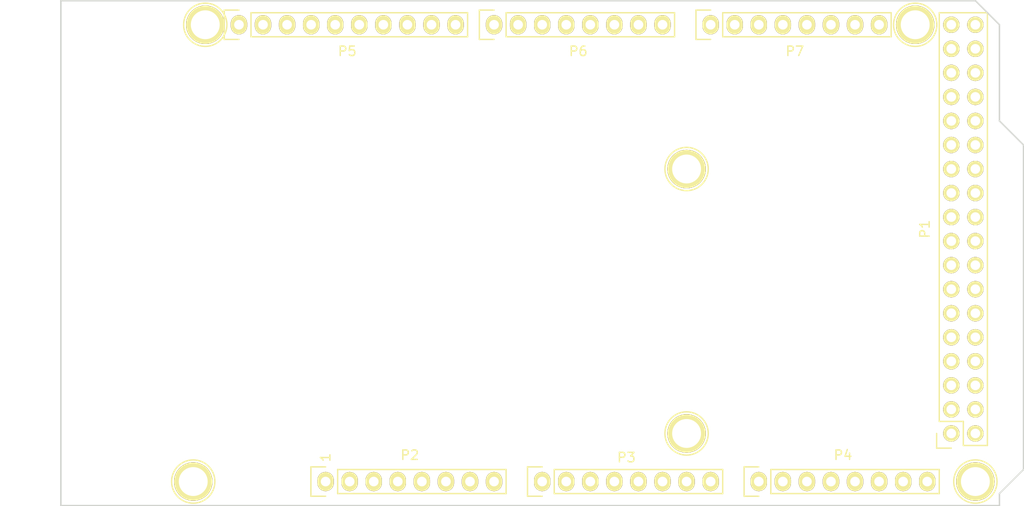
<source format=kicad_pcb>
(kicad_pcb (version 4) (host pcbnew "(2015-03-25 BZR 5536)-product")

  (general
    (links 6)
    (no_connects 6)
    (area 103.302999 68.250999 205.053001 121.741001)
    (thickness 1.6)
    (drawings 27)
    (tracks 0)
    (zones 0)
    (modules 13)
    (nets 87)
  )

  (page A4)
  (title_block
    (date "mar. 31 mars 2015")
  )

  (layers
    (0 F.Cu signal)
    (31 B.Cu signal)
    (32 B.Adhes user)
    (33 F.Adhes user)
    (34 B.Paste user)
    (35 F.Paste user)
    (36 B.SilkS user)
    (37 F.SilkS user)
    (38 B.Mask user)
    (39 F.Mask user)
    (40 Dwgs.User user)
    (41 Cmts.User user)
    (42 Eco1.User user)
    (43 Eco2.User user)
    (44 Edge.Cuts user)
    (45 Margin user)
    (46 B.CrtYd user)
    (47 F.CrtYd user)
    (48 B.Fab user)
    (49 F.Fab user)
  )

  (setup
    (last_trace_width 0.25)
    (trace_clearance 0.2)
    (zone_clearance 0.508)
    (zone_45_only no)
    (trace_min 0.2)
    (segment_width 0.15)
    (edge_width 0.15)
    (via_size 0.6)
    (via_drill 0.4)
    (via_min_size 0.4)
    (via_min_drill 0.3)
    (uvia_size 0.3)
    (uvia_drill 0.1)
    (uvias_allowed no)
    (uvia_min_size 0.2)
    (uvia_min_drill 0.1)
    (pcb_text_width 0.3)
    (pcb_text_size 1.5 1.5)
    (mod_edge_width 0.15)
    (mod_text_size 1 1)
    (mod_text_width 0.15)
    (pad_size 4.064 4.064)
    (pad_drill 3.048)
    (pad_to_mask_clearance 0)
    (aux_axis_origin 103.378 121.666)
    (visible_elements FFFFFF7F)
    (pcbplotparams
      (layerselection 0x00030_80000001)
      (usegerberextensions false)
      (excludeedgelayer true)
      (linewidth 0.100000)
      (plotframeref false)
      (viasonmask false)
      (mode 1)
      (useauxorigin false)
      (hpglpennumber 1)
      (hpglpenspeed 20)
      (hpglpendiameter 15)
      (hpglpenoverlay 2)
      (psnegative false)
      (psa4output false)
      (plotreference true)
      (plotvalue true)
      (plotinvisibletext false)
      (padsonsilk false)
      (subtractmaskfromsilk false)
      (outputformat 1)
      (mirror false)
      (drillshape 1)
      (scaleselection 1)
      (outputdirectory ""))
  )

  (net 0 "")
  (net 1 GND)
  (net 2 "/52(SCK)")
  (net 3 "/53(SS)")
  (net 4 "/50(MISO)")
  (net 5 "/51(MOSI)")
  (net 6 /48)
  (net 7 /49)
  (net 8 /46)
  (net 9 /47)
  (net 10 /44)
  (net 11 /45)
  (net 12 /42)
  (net 13 /43)
  (net 14 /40)
  (net 15 /41)
  (net 16 /38)
  (net 17 /39)
  (net 18 /36)
  (net 19 /37)
  (net 20 /34)
  (net 21 /35)
  (net 22 /32)
  (net 23 /33)
  (net 24 /30)
  (net 25 /31)
  (net 26 /28)
  (net 27 /29)
  (net 28 /26)
  (net 29 /27)
  (net 30 /24)
  (net 31 /25)
  (net 32 /22)
  (net 33 /23)
  (net 34 +5V)
  (net 35 /IOREF)
  (net 36 /Reset)
  (net 37 /Vin)
  (net 38 /A0)
  (net 39 /A1)
  (net 40 /A2)
  (net 41 /A3)
  (net 42 /A4)
  (net 43 /A5)
  (net 44 /A6)
  (net 45 /A7)
  (net 46 /A8)
  (net 47 /A9)
  (net 48 /A10)
  (net 49 /A11)
  (net 50 /A12)
  (net 51 /A13)
  (net 52 /A14)
  (net 53 /A15)
  (net 54 /SCL)
  (net 55 /SDA)
  (net 56 /AREF)
  (net 57 "/13(**)")
  (net 58 "/12(**)")
  (net 59 "/11(**)")
  (net 60 "/10(**)")
  (net 61 "/9(**)")
  (net 62 "/8(**)")
  (net 63 "/7(**)")
  (net 64 "/6(**)")
  (net 65 "/5(**)")
  (net 66 "/4(**)")
  (net 67 "/3(**)")
  (net 68 "/2(**)")
  (net 69 "/20(SDA)")
  (net 70 "/21(SCL)")
  (net 71 "Net-(P8-Pad1)")
  (net 72 "Net-(P9-Pad1)")
  (net 73 "Net-(P10-Pad1)")
  (net 74 "Net-(P11-Pad1)")
  (net 75 "Net-(P12-Pad1)")
  (net 76 "Net-(P13-Pad1)")
  (net 77 "Net-(P2-Pad1)")
  (net 78 +3V3)
  (net 79 "/1(Tx0)")
  (net 80 "/0(Rx0)")
  (net 81 "/14(Tx3)")
  (net 82 "/15(Rx3)")
  (net 83 "/16(Tx2)")
  (net 84 "/17(Rx2)")
  (net 85 "/18(Tx1)")
  (net 86 "/19(Rx1)")

  (net_class Default "This is the default net class."
    (clearance 0.2)
    (trace_width 0.25)
    (via_dia 0.6)
    (via_drill 0.4)
    (uvia_dia 0.3)
    (uvia_drill 0.1)
    (add_net +3V3)
    (add_net +5V)
    (add_net "/0(Rx0)")
    (add_net "/1(Tx0)")
    (add_net "/10(**)")
    (add_net "/11(**)")
    (add_net "/12(**)")
    (add_net "/13(**)")
    (add_net "/14(Tx3)")
    (add_net "/15(Rx3)")
    (add_net "/16(Tx2)")
    (add_net "/17(Rx2)")
    (add_net "/18(Tx1)")
    (add_net "/19(Rx1)")
    (add_net "/2(**)")
    (add_net "/20(SDA)")
    (add_net "/21(SCL)")
    (add_net /22)
    (add_net /23)
    (add_net /24)
    (add_net /25)
    (add_net /26)
    (add_net /27)
    (add_net /28)
    (add_net /29)
    (add_net "/3(**)")
    (add_net /30)
    (add_net /31)
    (add_net /32)
    (add_net /33)
    (add_net /34)
    (add_net /35)
    (add_net /36)
    (add_net /37)
    (add_net /38)
    (add_net /39)
    (add_net "/4(**)")
    (add_net /40)
    (add_net /41)
    (add_net /42)
    (add_net /43)
    (add_net /44)
    (add_net /45)
    (add_net /46)
    (add_net /47)
    (add_net /48)
    (add_net /49)
    (add_net "/5(**)")
    (add_net "/50(MISO)")
    (add_net "/51(MOSI)")
    (add_net "/52(SCK)")
    (add_net "/53(SS)")
    (add_net "/6(**)")
    (add_net "/7(**)")
    (add_net "/8(**)")
    (add_net "/9(**)")
    (add_net /A0)
    (add_net /A1)
    (add_net /A10)
    (add_net /A11)
    (add_net /A12)
    (add_net /A13)
    (add_net /A14)
    (add_net /A15)
    (add_net /A2)
    (add_net /A3)
    (add_net /A4)
    (add_net /A5)
    (add_net /A6)
    (add_net /A7)
    (add_net /A8)
    (add_net /A9)
    (add_net /AREF)
    (add_net /IOREF)
    (add_net /Reset)
    (add_net /SCL)
    (add_net /SDA)
    (add_net /Vin)
    (add_net GND)
    (add_net "Net-(P10-Pad1)")
    (add_net "Net-(P11-Pad1)")
    (add_net "Net-(P12-Pad1)")
    (add_net "Net-(P13-Pad1)")
    (add_net "Net-(P2-Pad1)")
    (add_net "Net-(P8-Pad1)")
    (add_net "Net-(P9-Pad1)")
  )

  (module Socket_Arduino_Mega:Socket_Strip_Arduino_2x18 (layer F.Cu) (tedit 55216789) (tstamp 551AFCE5)
    (at 197.358 114.046 90)
    (descr "Through hole socket strip")
    (tags "socket strip")
    (path /5519A11D)
    (fp_text reference P1 (at 21.59 -2.794 90) (layer F.SilkS)
      (effects (font (size 1 1) (thickness 0.15)))
    )
    (fp_text value Digital (at 21.59 -4.572 90) (layer F.Fab)
      (effects (font (size 1 1) (thickness 0.15)))
    )
    (fp_line (start -1.75 -1.75) (end -1.75 4.3) (layer F.CrtYd) (width 0.05))
    (fp_line (start 44.95 -1.75) (end 44.95 4.3) (layer F.CrtYd) (width 0.05))
    (fp_line (start -1.75 -1.75) (end 44.95 -1.75) (layer F.CrtYd) (width 0.05))
    (fp_line (start -1.75 4.3) (end 44.95 4.3) (layer F.CrtYd) (width 0.05))
    (fp_line (start -1.27 3.81) (end 44.45 3.81) (layer F.SilkS) (width 0.15))
    (fp_line (start 44.45 -1.27) (end 1.27 -1.27) (layer F.SilkS) (width 0.15))
    (fp_line (start 44.45 3.81) (end 44.45 -1.27) (layer F.SilkS) (width 0.15))
    (fp_line (start -1.27 3.81) (end -1.27 1.27) (layer F.SilkS) (width 0.15))
    (fp_line (start 0 -1.55) (end -1.55 -1.55) (layer F.SilkS) (width 0.15))
    (fp_line (start -1.27 1.27) (end 1.27 1.27) (layer F.SilkS) (width 0.15))
    (fp_line (start 1.27 1.27) (end 1.27 -1.27) (layer F.SilkS) (width 0.15))
    (fp_line (start -1.55 -1.55) (end -1.55 0) (layer F.SilkS) (width 0.15))
    (pad 1 thru_hole circle (at 0 0 90) (size 1.7272 1.7272) (drill 1.016) (layers *.Cu *.Mask F.SilkS)
      (net 1 GND))
    (pad 2 thru_hole oval (at 0 2.54 90) (size 1.7272 1.7272) (drill 1.016) (layers *.Cu *.Mask F.SilkS)
      (net 1 GND))
    (pad 3 thru_hole oval (at 2.54 0 90) (size 1.7272 1.7272) (drill 1.016) (layers *.Cu *.Mask F.SilkS)
      (net 2 "/52(SCK)"))
    (pad 4 thru_hole oval (at 2.54 2.54 90) (size 1.7272 1.7272) (drill 1.016) (layers *.Cu *.Mask F.SilkS)
      (net 3 "/53(SS)"))
    (pad 5 thru_hole oval (at 5.08 0 90) (size 1.7272 1.7272) (drill 1.016) (layers *.Cu *.Mask F.SilkS)
      (net 4 "/50(MISO)"))
    (pad 6 thru_hole oval (at 5.08 2.54 90) (size 1.7272 1.7272) (drill 1.016) (layers *.Cu *.Mask F.SilkS)
      (net 5 "/51(MOSI)"))
    (pad 7 thru_hole oval (at 7.62 0 90) (size 1.7272 1.7272) (drill 1.016) (layers *.Cu *.Mask F.SilkS)
      (net 6 /48))
    (pad 8 thru_hole oval (at 7.62 2.54 90) (size 1.7272 1.7272) (drill 1.016) (layers *.Cu *.Mask F.SilkS)
      (net 7 /49))
    (pad 9 thru_hole oval (at 10.16 0 90) (size 1.7272 1.7272) (drill 1.016) (layers *.Cu *.Mask F.SilkS)
      (net 8 /46))
    (pad 10 thru_hole oval (at 10.16 2.54 90) (size 1.7272 1.7272) (drill 1.016) (layers *.Cu *.Mask F.SilkS)
      (net 9 /47))
    (pad 11 thru_hole oval (at 12.7 0 90) (size 1.7272 1.7272) (drill 1.016) (layers *.Cu *.Mask F.SilkS)
      (net 10 /44))
    (pad 12 thru_hole oval (at 12.7 2.54 90) (size 1.7272 1.7272) (drill 1.016) (layers *.Cu *.Mask F.SilkS)
      (net 11 /45))
    (pad 13 thru_hole oval (at 15.24 0 90) (size 1.7272 1.7272) (drill 1.016) (layers *.Cu *.Mask F.SilkS)
      (net 12 /42))
    (pad 14 thru_hole oval (at 15.24 2.54 90) (size 1.7272 1.7272) (drill 1.016) (layers *.Cu *.Mask F.SilkS)
      (net 13 /43))
    (pad 15 thru_hole oval (at 17.78 0 90) (size 1.7272 1.7272) (drill 1.016) (layers *.Cu *.Mask F.SilkS)
      (net 14 /40))
    (pad 16 thru_hole oval (at 17.78 2.54 90) (size 1.7272 1.7272) (drill 1.016) (layers *.Cu *.Mask F.SilkS)
      (net 15 /41))
    (pad 17 thru_hole oval (at 20.32 0 90) (size 1.7272 1.7272) (drill 1.016) (layers *.Cu *.Mask F.SilkS)
      (net 16 /38))
    (pad 18 thru_hole oval (at 20.32 2.54 90) (size 1.7272 1.7272) (drill 1.016) (layers *.Cu *.Mask F.SilkS)
      (net 17 /39))
    (pad 19 thru_hole oval (at 22.86 0 90) (size 1.7272 1.7272) (drill 1.016) (layers *.Cu *.Mask F.SilkS)
      (net 18 /36))
    (pad 20 thru_hole oval (at 22.86 2.54 90) (size 1.7272 1.7272) (drill 1.016) (layers *.Cu *.Mask F.SilkS)
      (net 19 /37))
    (pad 21 thru_hole oval (at 25.4 0 90) (size 1.7272 1.7272) (drill 1.016) (layers *.Cu *.Mask F.SilkS)
      (net 20 /34))
    (pad 22 thru_hole oval (at 25.4 2.54 90) (size 1.7272 1.7272) (drill 1.016) (layers *.Cu *.Mask F.SilkS)
      (net 21 /35))
    (pad 23 thru_hole oval (at 27.94 0 90) (size 1.7272 1.7272) (drill 1.016) (layers *.Cu *.Mask F.SilkS)
      (net 22 /32))
    (pad 24 thru_hole oval (at 27.94 2.54 90) (size 1.7272 1.7272) (drill 1.016) (layers *.Cu *.Mask F.SilkS)
      (net 23 /33))
    (pad 25 thru_hole oval (at 30.48 0 90) (size 1.7272 1.7272) (drill 1.016) (layers *.Cu *.Mask F.SilkS)
      (net 24 /30))
    (pad 26 thru_hole oval (at 30.48 2.54 90) (size 1.7272 1.7272) (drill 1.016) (layers *.Cu *.Mask F.SilkS)
      (net 25 /31))
    (pad 27 thru_hole oval (at 33.02 0 90) (size 1.7272 1.7272) (drill 1.016) (layers *.Cu *.Mask F.SilkS)
      (net 26 /28))
    (pad 28 thru_hole oval (at 33.02 2.54 90) (size 1.7272 1.7272) (drill 1.016) (layers *.Cu *.Mask F.SilkS)
      (net 27 /29))
    (pad 29 thru_hole oval (at 35.56 0 90) (size 1.7272 1.7272) (drill 1.016) (layers *.Cu *.Mask F.SilkS)
      (net 28 /26))
    (pad 30 thru_hole oval (at 35.56 2.54 90) (size 1.7272 1.7272) (drill 1.016) (layers *.Cu *.Mask F.SilkS)
      (net 29 /27))
    (pad 31 thru_hole oval (at 38.1 0 90) (size 1.7272 1.7272) (drill 1.016) (layers *.Cu *.Mask F.SilkS)
      (net 30 /24))
    (pad 32 thru_hole oval (at 38.1 2.54 90) (size 1.7272 1.7272) (drill 1.016) (layers *.Cu *.Mask F.SilkS)
      (net 31 /25))
    (pad 33 thru_hole oval (at 40.64 0 90) (size 1.7272 1.7272) (drill 1.016) (layers *.Cu *.Mask F.SilkS)
      (net 32 /22))
    (pad 34 thru_hole oval (at 40.64 2.54 90) (size 1.7272 1.7272) (drill 1.016) (layers *.Cu *.Mask F.SilkS)
      (net 33 /23))
    (pad 35 thru_hole oval (at 43.18 0 90) (size 1.7272 1.7272) (drill 1.016) (layers *.Cu *.Mask F.SilkS)
      (net 34 +5V))
    (pad 36 thru_hole oval (at 43.18 2.54 90) (size 1.7272 1.7272) (drill 1.016) (layers *.Cu *.Mask F.SilkS)
      (net 34 +5V))
    (model ${KIPRJMOD}/Socket_Arduino_Mega.3dshapes/Socket_header_Arduino_2x18.wrl
      (at (xyz 0.85 -0.05 0))
      (scale (xyz 1 1 1))
      (rotate (xyz 0 0 180))
    )
  )

  (module Socket_Arduino_Mega:Socket_Strip_Arduino_1x08 (layer F.Cu) (tedit 55216755) (tstamp 551AFCFC)
    (at 131.318 119.126)
    (descr "Through hole socket strip")
    (tags "socket strip")
    (path /5519888A)
    (fp_text reference P2 (at 8.89 -2.794) (layer F.SilkS)
      (effects (font (size 1 1) (thickness 0.15)))
    )
    (fp_text value Power (at 8.89 -4.318) (layer F.Fab)
      (effects (font (size 1 1) (thickness 0.15)))
    )
    (fp_line (start -1.75 -1.75) (end -1.75 1.75) (layer F.CrtYd) (width 0.05))
    (fp_line (start 19.55 -1.75) (end 19.55 1.75) (layer F.CrtYd) (width 0.05))
    (fp_line (start -1.75 -1.75) (end 19.55 -1.75) (layer F.CrtYd) (width 0.05))
    (fp_line (start -1.75 1.75) (end 19.55 1.75) (layer F.CrtYd) (width 0.05))
    (fp_line (start 1.27 1.27) (end 19.05 1.27) (layer F.SilkS) (width 0.15))
    (fp_line (start 19.05 1.27) (end 19.05 -1.27) (layer F.SilkS) (width 0.15))
    (fp_line (start 19.05 -1.27) (end 1.27 -1.27) (layer F.SilkS) (width 0.15))
    (fp_line (start -1.55 1.55) (end 0 1.55) (layer F.SilkS) (width 0.15))
    (fp_line (start 1.27 1.27) (end 1.27 -1.27) (layer F.SilkS) (width 0.15))
    (fp_line (start 0 -1.55) (end -1.55 -1.55) (layer F.SilkS) (width 0.15))
    (fp_line (start -1.55 -1.55) (end -1.55 1.55) (layer F.SilkS) (width 0.15))
    (pad 1 thru_hole oval (at 0 0) (size 1.7272 2.032) (drill 1.016) (layers *.Cu *.Mask F.SilkS)
      (net 77 "Net-(P2-Pad1)"))
    (pad 2 thru_hole oval (at 2.54 0) (size 1.7272 2.032) (drill 1.016) (layers *.Cu *.Mask F.SilkS)
      (net 35 /IOREF))
    (pad 3 thru_hole oval (at 5.08 0) (size 1.7272 2.032) (drill 1.016) (layers *.Cu *.Mask F.SilkS)
      (net 36 /Reset))
    (pad 4 thru_hole oval (at 7.62 0) (size 1.7272 2.032) (drill 1.016) (layers *.Cu *.Mask F.SilkS)
      (net 78 +3V3))
    (pad 5 thru_hole oval (at 10.16 0) (size 1.7272 2.032) (drill 1.016) (layers *.Cu *.Mask F.SilkS)
      (net 34 +5V))
    (pad 6 thru_hole oval (at 12.7 0) (size 1.7272 2.032) (drill 1.016) (layers *.Cu *.Mask F.SilkS)
      (net 1 GND))
    (pad 7 thru_hole oval (at 15.24 0) (size 1.7272 2.032) (drill 1.016) (layers *.Cu *.Mask F.SilkS)
      (net 1 GND))
    (pad 8 thru_hole oval (at 17.78 0) (size 1.7272 2.032) (drill 1.016) (layers *.Cu *.Mask F.SilkS)
      (net 37 /Vin))
    (model ${KIPRJMOD}/Socket_Arduino_Mega.3dshapes/Socket_header_Arduino_1x08.wrl
      (at (xyz 0.35 0 0))
      (scale (xyz 1 1 1))
      (rotate (xyz 0 0 180))
    )
  )

  (module Socket_Arduino_Mega:Socket_Strip_Arduino_1x08 (layer F.Cu) (tedit 5521677D) (tstamp 551AFD13)
    (at 154.178 119.126)
    (descr "Through hole socket strip")
    (tags "socket strip")
    (path /5519891B)
    (fp_text reference P3 (at 8.89 -2.54) (layer F.SilkS)
      (effects (font (size 1 1) (thickness 0.15)))
    )
    (fp_text value Analog (at 8.89 -4.318) (layer F.Fab)
      (effects (font (size 1 1) (thickness 0.15)))
    )
    (fp_line (start -1.75 -1.75) (end -1.75 1.75) (layer F.CrtYd) (width 0.05))
    (fp_line (start 19.55 -1.75) (end 19.55 1.75) (layer F.CrtYd) (width 0.05))
    (fp_line (start -1.75 -1.75) (end 19.55 -1.75) (layer F.CrtYd) (width 0.05))
    (fp_line (start -1.75 1.75) (end 19.55 1.75) (layer F.CrtYd) (width 0.05))
    (fp_line (start 1.27 1.27) (end 19.05 1.27) (layer F.SilkS) (width 0.15))
    (fp_line (start 19.05 1.27) (end 19.05 -1.27) (layer F.SilkS) (width 0.15))
    (fp_line (start 19.05 -1.27) (end 1.27 -1.27) (layer F.SilkS) (width 0.15))
    (fp_line (start -1.55 1.55) (end 0 1.55) (layer F.SilkS) (width 0.15))
    (fp_line (start 1.27 1.27) (end 1.27 -1.27) (layer F.SilkS) (width 0.15))
    (fp_line (start 0 -1.55) (end -1.55 -1.55) (layer F.SilkS) (width 0.15))
    (fp_line (start -1.55 -1.55) (end -1.55 1.55) (layer F.SilkS) (width 0.15))
    (pad 1 thru_hole oval (at 0 0) (size 1.7272 2.032) (drill 1.016) (layers *.Cu *.Mask F.SilkS)
      (net 38 /A0))
    (pad 2 thru_hole oval (at 2.54 0) (size 1.7272 2.032) (drill 1.016) (layers *.Cu *.Mask F.SilkS)
      (net 39 /A1))
    (pad 3 thru_hole oval (at 5.08 0) (size 1.7272 2.032) (drill 1.016) (layers *.Cu *.Mask F.SilkS)
      (net 40 /A2))
    (pad 4 thru_hole oval (at 7.62 0) (size 1.7272 2.032) (drill 1.016) (layers *.Cu *.Mask F.SilkS)
      (net 41 /A3))
    (pad 5 thru_hole oval (at 10.16 0) (size 1.7272 2.032) (drill 1.016) (layers *.Cu *.Mask F.SilkS)
      (net 42 /A4))
    (pad 6 thru_hole oval (at 12.7 0) (size 1.7272 2.032) (drill 1.016) (layers *.Cu *.Mask F.SilkS)
      (net 43 /A5))
    (pad 7 thru_hole oval (at 15.24 0) (size 1.7272 2.032) (drill 1.016) (layers *.Cu *.Mask F.SilkS)
      (net 44 /A6))
    (pad 8 thru_hole oval (at 17.78 0) (size 1.7272 2.032) (drill 1.016) (layers *.Cu *.Mask F.SilkS)
      (net 45 /A7))
    (model ${KIPRJMOD}/Socket_Arduino_Mega.3dshapes/Socket_header_Arduino_1x08.wrl
      (at (xyz 0.35 0 0))
      (scale (xyz 1 1 1))
      (rotate (xyz 0 0 180))
    )
  )

  (module Socket_Arduino_Mega:Socket_Strip_Arduino_1x08 (layer F.Cu) (tedit 55216772) (tstamp 551AFD2A)
    (at 177.038 119.126)
    (descr "Through hole socket strip")
    (tags "socket strip")
    (path /551989CF)
    (fp_text reference P4 (at 8.89 -2.794) (layer F.SilkS)
      (effects (font (size 1 1) (thickness 0.15)))
    )
    (fp_text value Analog (at 8.89 -4.318) (layer F.Fab)
      (effects (font (size 1 1) (thickness 0.15)))
    )
    (fp_line (start -1.75 -1.75) (end -1.75 1.75) (layer F.CrtYd) (width 0.05))
    (fp_line (start 19.55 -1.75) (end 19.55 1.75) (layer F.CrtYd) (width 0.05))
    (fp_line (start -1.75 -1.75) (end 19.55 -1.75) (layer F.CrtYd) (width 0.05))
    (fp_line (start -1.75 1.75) (end 19.55 1.75) (layer F.CrtYd) (width 0.05))
    (fp_line (start 1.27 1.27) (end 19.05 1.27) (layer F.SilkS) (width 0.15))
    (fp_line (start 19.05 1.27) (end 19.05 -1.27) (layer F.SilkS) (width 0.15))
    (fp_line (start 19.05 -1.27) (end 1.27 -1.27) (layer F.SilkS) (width 0.15))
    (fp_line (start -1.55 1.55) (end 0 1.55) (layer F.SilkS) (width 0.15))
    (fp_line (start 1.27 1.27) (end 1.27 -1.27) (layer F.SilkS) (width 0.15))
    (fp_line (start 0 -1.55) (end -1.55 -1.55) (layer F.SilkS) (width 0.15))
    (fp_line (start -1.55 -1.55) (end -1.55 1.55) (layer F.SilkS) (width 0.15))
    (pad 1 thru_hole oval (at 0 0) (size 1.7272 2.032) (drill 1.016) (layers *.Cu *.Mask F.SilkS)
      (net 46 /A8))
    (pad 2 thru_hole oval (at 2.54 0) (size 1.7272 2.032) (drill 1.016) (layers *.Cu *.Mask F.SilkS)
      (net 47 /A9))
    (pad 3 thru_hole oval (at 5.08 0) (size 1.7272 2.032) (drill 1.016) (layers *.Cu *.Mask F.SilkS)
      (net 48 /A10))
    (pad 4 thru_hole oval (at 7.62 0) (size 1.7272 2.032) (drill 1.016) (layers *.Cu *.Mask F.SilkS)
      (net 49 /A11))
    (pad 5 thru_hole oval (at 10.16 0) (size 1.7272 2.032) (drill 1.016) (layers *.Cu *.Mask F.SilkS)
      (net 50 /A12))
    (pad 6 thru_hole oval (at 12.7 0) (size 1.7272 2.032) (drill 1.016) (layers *.Cu *.Mask F.SilkS)
      (net 51 /A13))
    (pad 7 thru_hole oval (at 15.24 0) (size 1.7272 2.032) (drill 1.016) (layers *.Cu *.Mask F.SilkS)
      (net 52 /A14))
    (pad 8 thru_hole oval (at 17.78 0) (size 1.7272 2.032) (drill 1.016) (layers *.Cu *.Mask F.SilkS)
      (net 53 /A15))
    (model ${KIPRJMOD}/Socket_Arduino_Mega.3dshapes/Socket_header_Arduino_1x08.wrl
      (at (xyz 0.35 0 0))
      (scale (xyz 1 1 1))
      (rotate (xyz 0 0 180))
    )
  )

  (module Socket_Arduino_Mega:Socket_Strip_Arduino_1x10 (layer F.Cu) (tedit 551AFC9C) (tstamp 551AFD43)
    (at 122.174 70.866)
    (descr "Through hole socket strip")
    (tags "socket strip")
    (path /55198BE2)
    (fp_text reference P5 (at 11.43 2.794) (layer F.SilkS)
      (effects (font (size 1 1) (thickness 0.15)))
    )
    (fp_text value PWM (at 11.43 4.318) (layer F.Fab)
      (effects (font (size 1 1) (thickness 0.15)))
    )
    (fp_line (start -1.75 -1.75) (end -1.75 1.75) (layer F.CrtYd) (width 0.05))
    (fp_line (start 24.65 -1.75) (end 24.65 1.75) (layer F.CrtYd) (width 0.05))
    (fp_line (start -1.75 -1.75) (end 24.65 -1.75) (layer F.CrtYd) (width 0.05))
    (fp_line (start -1.75 1.75) (end 24.65 1.75) (layer F.CrtYd) (width 0.05))
    (fp_line (start 1.27 1.27) (end 24.13 1.27) (layer F.SilkS) (width 0.15))
    (fp_line (start 24.13 1.27) (end 24.13 -1.27) (layer F.SilkS) (width 0.15))
    (fp_line (start 24.13 -1.27) (end 1.27 -1.27) (layer F.SilkS) (width 0.15))
    (fp_line (start -1.55 1.55) (end 0 1.55) (layer F.SilkS) (width 0.15))
    (fp_line (start 1.27 1.27) (end 1.27 -1.27) (layer F.SilkS) (width 0.15))
    (fp_line (start 0 -1.55) (end -1.55 -1.55) (layer F.SilkS) (width 0.15))
    (fp_line (start -1.55 -1.55) (end -1.55 1.55) (layer F.SilkS) (width 0.15))
    (pad 1 thru_hole oval (at 0 0) (size 1.7272 2.032) (drill 1.016) (layers *.Cu *.Mask F.SilkS)
      (net 54 /SCL))
    (pad 2 thru_hole oval (at 2.54 0) (size 1.7272 2.032) (drill 1.016) (layers *.Cu *.Mask F.SilkS)
      (net 55 /SDA))
    (pad 3 thru_hole oval (at 5.08 0) (size 1.7272 2.032) (drill 1.016) (layers *.Cu *.Mask F.SilkS)
      (net 56 /AREF))
    (pad 4 thru_hole oval (at 7.62 0) (size 1.7272 2.032) (drill 1.016) (layers *.Cu *.Mask F.SilkS)
      (net 1 GND))
    (pad 5 thru_hole oval (at 10.16 0) (size 1.7272 2.032) (drill 1.016) (layers *.Cu *.Mask F.SilkS)
      (net 57 "/13(**)"))
    (pad 6 thru_hole oval (at 12.7 0) (size 1.7272 2.032) (drill 1.016) (layers *.Cu *.Mask F.SilkS)
      (net 58 "/12(**)"))
    (pad 7 thru_hole oval (at 15.24 0) (size 1.7272 2.032) (drill 1.016) (layers *.Cu *.Mask F.SilkS)
      (net 59 "/11(**)"))
    (pad 8 thru_hole oval (at 17.78 0) (size 1.7272 2.032) (drill 1.016) (layers *.Cu *.Mask F.SilkS)
      (net 60 "/10(**)"))
    (pad 9 thru_hole oval (at 20.32 0) (size 1.7272 2.032) (drill 1.016) (layers *.Cu *.Mask F.SilkS)
      (net 61 "/9(**)"))
    (pad 10 thru_hole oval (at 22.86 0) (size 1.7272 2.032) (drill 1.016) (layers *.Cu *.Mask F.SilkS)
      (net 62 "/8(**)"))
    (model ${KIPRJMOD}/Socket_Arduino_Mega.3dshapes/Socket_header_Arduino_1x10.wrl
      (at (xyz 0.45 0 0))
      (scale (xyz 1 1 1))
      (rotate (xyz 0 0 180))
    )
  )

  (module Socket_Arduino_Mega:Socket_Strip_Arduino_1x08 (layer F.Cu) (tedit 551AFC7F) (tstamp 551AFD5A)
    (at 149.098 70.866)
    (descr "Through hole socket strip")
    (tags "socket strip")
    (path /55198A32)
    (fp_text reference P6 (at 8.89 2.794) (layer F.SilkS)
      (effects (font (size 1 1) (thickness 0.15)))
    )
    (fp_text value PWM (at 8.89 4.318) (layer F.Fab)
      (effects (font (size 1 1) (thickness 0.15)))
    )
    (fp_line (start -1.75 -1.75) (end -1.75 1.75) (layer F.CrtYd) (width 0.05))
    (fp_line (start 19.55 -1.75) (end 19.55 1.75) (layer F.CrtYd) (width 0.05))
    (fp_line (start -1.75 -1.75) (end 19.55 -1.75) (layer F.CrtYd) (width 0.05))
    (fp_line (start -1.75 1.75) (end 19.55 1.75) (layer F.CrtYd) (width 0.05))
    (fp_line (start 1.27 1.27) (end 19.05 1.27) (layer F.SilkS) (width 0.15))
    (fp_line (start 19.05 1.27) (end 19.05 -1.27) (layer F.SilkS) (width 0.15))
    (fp_line (start 19.05 -1.27) (end 1.27 -1.27) (layer F.SilkS) (width 0.15))
    (fp_line (start -1.55 1.55) (end 0 1.55) (layer F.SilkS) (width 0.15))
    (fp_line (start 1.27 1.27) (end 1.27 -1.27) (layer F.SilkS) (width 0.15))
    (fp_line (start 0 -1.55) (end -1.55 -1.55) (layer F.SilkS) (width 0.15))
    (fp_line (start -1.55 -1.55) (end -1.55 1.55) (layer F.SilkS) (width 0.15))
    (pad 1 thru_hole oval (at 0 0) (size 1.7272 2.032) (drill 1.016) (layers *.Cu *.Mask F.SilkS)
      (net 63 "/7(**)"))
    (pad 2 thru_hole oval (at 2.54 0) (size 1.7272 2.032) (drill 1.016) (layers *.Cu *.Mask F.SilkS)
      (net 64 "/6(**)"))
    (pad 3 thru_hole oval (at 5.08 0) (size 1.7272 2.032) (drill 1.016) (layers *.Cu *.Mask F.SilkS)
      (net 65 "/5(**)"))
    (pad 4 thru_hole oval (at 7.62 0) (size 1.7272 2.032) (drill 1.016) (layers *.Cu *.Mask F.SilkS)
      (net 66 "/4(**)"))
    (pad 5 thru_hole oval (at 10.16 0) (size 1.7272 2.032) (drill 1.016) (layers *.Cu *.Mask F.SilkS)
      (net 67 "/3(**)"))
    (pad 6 thru_hole oval (at 12.7 0) (size 1.7272 2.032) (drill 1.016) (layers *.Cu *.Mask F.SilkS)
      (net 68 "/2(**)"))
    (pad 7 thru_hole oval (at 15.24 0) (size 1.7272 2.032) (drill 1.016) (layers *.Cu *.Mask F.SilkS)
      (net 79 "/1(Tx0)"))
    (pad 8 thru_hole oval (at 17.78 0) (size 1.7272 2.032) (drill 1.016) (layers *.Cu *.Mask F.SilkS)
      (net 80 "/0(Rx0)"))
    (model ${KIPRJMOD}/Socket_Arduino_Mega.3dshapes/Socket_header_Arduino_1x08.wrl
      (at (xyz 0.35 0 0))
      (scale (xyz 1 1 1))
      (rotate (xyz 0 0 180))
    )
  )

  (module Socket_Arduino_Mega:Socket_Strip_Arduino_1x08 (layer F.Cu) (tedit 551AFC73) (tstamp 551AFD71)
    (at 171.958 70.866)
    (descr "Through hole socket strip")
    (tags "socket strip")
    (path /55198B76)
    (fp_text reference P7 (at 8.89 2.794) (layer F.SilkS)
      (effects (font (size 1 1) (thickness 0.15)))
    )
    (fp_text value Communication (at 8.89 4.064) (layer F.Fab)
      (effects (font (size 1 1) (thickness 0.15)))
    )
    (fp_line (start -1.75 -1.75) (end -1.75 1.75) (layer F.CrtYd) (width 0.05))
    (fp_line (start 19.55 -1.75) (end 19.55 1.75) (layer F.CrtYd) (width 0.05))
    (fp_line (start -1.75 -1.75) (end 19.55 -1.75) (layer F.CrtYd) (width 0.05))
    (fp_line (start -1.75 1.75) (end 19.55 1.75) (layer F.CrtYd) (width 0.05))
    (fp_line (start 1.27 1.27) (end 19.05 1.27) (layer F.SilkS) (width 0.15))
    (fp_line (start 19.05 1.27) (end 19.05 -1.27) (layer F.SilkS) (width 0.15))
    (fp_line (start 19.05 -1.27) (end 1.27 -1.27) (layer F.SilkS) (width 0.15))
    (fp_line (start -1.55 1.55) (end 0 1.55) (layer F.SilkS) (width 0.15))
    (fp_line (start 1.27 1.27) (end 1.27 -1.27) (layer F.SilkS) (width 0.15))
    (fp_line (start 0 -1.55) (end -1.55 -1.55) (layer F.SilkS) (width 0.15))
    (fp_line (start -1.55 -1.55) (end -1.55 1.55) (layer F.SilkS) (width 0.15))
    (pad 1 thru_hole oval (at 0 0) (size 1.7272 2.032) (drill 1.016) (layers *.Cu *.Mask F.SilkS)
      (net 81 "/14(Tx3)"))
    (pad 2 thru_hole oval (at 2.54 0) (size 1.7272 2.032) (drill 1.016) (layers *.Cu *.Mask F.SilkS)
      (net 82 "/15(Rx3)"))
    (pad 3 thru_hole oval (at 5.08 0) (size 1.7272 2.032) (drill 1.016) (layers *.Cu *.Mask F.SilkS)
      (net 83 "/16(Tx2)"))
    (pad 4 thru_hole oval (at 7.62 0) (size 1.7272 2.032) (drill 1.016) (layers *.Cu *.Mask F.SilkS)
      (net 84 "/17(Rx2)"))
    (pad 5 thru_hole oval (at 10.16 0) (size 1.7272 2.032) (drill 1.016) (layers *.Cu *.Mask F.SilkS)
      (net 85 "/18(Tx1)"))
    (pad 6 thru_hole oval (at 12.7 0) (size 1.7272 2.032) (drill 1.016) (layers *.Cu *.Mask F.SilkS)
      (net 86 "/19(Rx1)"))
    (pad 7 thru_hole oval (at 15.24 0) (size 1.7272 2.032) (drill 1.016) (layers *.Cu *.Mask F.SilkS)
      (net 69 "/20(SDA)"))
    (pad 8 thru_hole oval (at 17.78 0) (size 1.7272 2.032) (drill 1.016) (layers *.Cu *.Mask F.SilkS)
      (net 70 "/21(SCL)"))
    (model ${KIPRJMOD}/Socket_Arduino_Mega.3dshapes/Socket_header_Arduino_1x08.wrl
      (at (xyz 0.35 0 0))
      (scale (xyz 1 1 1))
      (rotate (xyz 0 0 180))
    )
  )

  (module Connect:1pin (layer F.Cu) (tedit 551D916E) (tstamp 551BBA76)
    (at 117.348 119.126)
    (descr "module 1 pin (ou trou mecanique de percage)")
    (tags DEV)
    (path /551BBA20)
    (fp_text reference P8 (at 0 -3.048) (layer F.SilkS) hide
      (effects (font (size 1 1) (thickness 0.15)))
    )
    (fp_text value CONN_1 (at 0 2.794) (layer F.Fab) hide
      (effects (font (size 1 1) (thickness 0.15)))
    )
    (fp_circle (center 0 0) (end 0 -2.286) (layer F.SilkS) (width 0.15))
    (pad 1 thru_hole circle (at 0 0) (size 4.064 4.064) (drill 3.048) (layers *.Cu *.Mask F.SilkS)
      (net 71 "Net-(P8-Pad1)"))
  )

  (module Connect:1pin (layer F.Cu) (tedit 551D9169) (tstamp 551BBA7C)
    (at 169.418 114.046)
    (descr "module 1 pin (ou trou mecanique de percage)")
    (tags DEV)
    (path /551BBB85)
    (fp_text reference P9 (at 0 -3.048) (layer F.SilkS) hide
      (effects (font (size 1 1) (thickness 0.15)))
    )
    (fp_text value CONN_1 (at 0 2.794) (layer F.Fab) hide
      (effects (font (size 1 1) (thickness 0.15)))
    )
    (fp_circle (center 0 0) (end 0 -2.286) (layer F.SilkS) (width 0.15))
    (pad 1 thru_hole circle (at 0 0) (size 4.064 4.064) (drill 3.048) (layers *.Cu *.Mask F.SilkS)
      (net 72 "Net-(P9-Pad1)"))
  )

  (module Connect:1pin (layer F.Cu) (tedit 551D9172) (tstamp 551BBA82)
    (at 199.898 119.126)
    (descr "module 1 pin (ou trou mecanique de percage)")
    (tags DEV)
    (path /551BBBAB)
    (fp_text reference P10 (at 0 -3.048) (layer F.SilkS) hide
      (effects (font (size 1 1) (thickness 0.15)))
    )
    (fp_text value CONN_1 (at 0 2.794) (layer F.Fab) hide
      (effects (font (size 1 1) (thickness 0.15)))
    )
    (fp_circle (center 0 0) (end 0 -2.286) (layer F.SilkS) (width 0.15))
    (pad 1 thru_hole circle (at 0 0) (size 4.064 4.064) (drill 3.048) (layers *.Cu *.Mask F.SilkS)
      (net 73 "Net-(P10-Pad1)"))
  )

  (module Connect:1pin (layer F.Cu) (tedit 551D914E) (tstamp 551BBA88)
    (at 118.618 70.866)
    (descr "module 1 pin (ou trou mecanique de percage)")
    (tags DEV)
    (path /551BBBD7)
    (fp_text reference P11 (at 0 -3.048) (layer F.SilkS) hide
      (effects (font (size 1 1) (thickness 0.15)))
    )
    (fp_text value CONN_1 (at 0 2.794) (layer F.Fab) hide
      (effects (font (size 1 1) (thickness 0.15)))
    )
    (fp_circle (center 0 0) (end 0 -2.286) (layer F.SilkS) (width 0.15))
    (pad 1 thru_hole circle (at 0 0) (size 4.064 4.064) (drill 3.048) (layers *.Cu *.Mask F.SilkS)
      (net 74 "Net-(P11-Pad1)"))
  )

  (module Connect:1pin (layer F.Cu) (tedit 551D9156) (tstamp 551BBA8E)
    (at 169.418 86.106)
    (descr "module 1 pin (ou trou mecanique de percage)")
    (tags DEV)
    (path /551BBC10)
    (fp_text reference P12 (at 0 -3.048) (layer F.SilkS) hide
      (effects (font (size 1 1) (thickness 0.15)))
    )
    (fp_text value CONN_1 (at 0 2.794) (layer F.Fab) hide
      (effects (font (size 1 1) (thickness 0.15)))
    )
    (fp_circle (center 0 0) (end 0 -2.286) (layer F.SilkS) (width 0.15))
    (pad 1 thru_hole circle (at 0 0) (size 4.064 4.064) (drill 3.048) (layers *.Cu *.Mask F.SilkS)
      (net 75 "Net-(P12-Pad1)"))
  )

  (module Connect:1pin (layer F.Cu) (tedit 551D9163) (tstamp 551BBA94)
    (at 193.548 70.866)
    (descr "module 1 pin (ou trou mecanique de percage)")
    (tags DEV)
    (path /551BBC3C)
    (fp_text reference P13 (at 0 -3.048) (layer F.SilkS) hide
      (effects (font (size 1 1) (thickness 0.15)))
    )
    (fp_text value CONN_1 (at 0 2.794) (layer F.Fab) hide
      (effects (font (size 1 1) (thickness 0.15)))
    )
    (fp_circle (center 0 0) (end 0 -2.286) (layer F.SilkS) (width 0.15))
    (pad 1 thru_hole circle (at 0 0) (size 4.064 4.064) (drill 3.048) (layers *.Cu *.Mask F.SilkS)
      (net 76 "Net-(P13-Pad1)"))
  )

  (gr_text 1 (at 131.318 116.586 90) (layer F.SilkS)
    (effects (font (size 1 1) (thickness 0.15)))
  )
  (gr_line (start 175.6156 96.774) (end 175.6156 90.7288) (angle 90) (layer Dwgs.User) (width 0.15))
  (gr_line (start 179.4764 96.774) (end 179.4764 90.7288) (angle 90) (layer Dwgs.User) (width 0.15))
  (gr_line (start 175.6156 96.774) (end 179.4764 96.774) (angle 90) (layer Dwgs.User) (width 0.15))
  (gr_circle (center 177.546 93.726) (end 178.816 93.726) (layer Dwgs.User) (width 0.15))
  (gr_line (start 175.6156 90.7288) (end 179.4764 90.7288) (angle 90) (layer Dwgs.User) (width 0.15))
  (gr_line (start 165.735 97.536) (end 165.735 89.916) (angle 90) (layer Dwgs.User) (width 0.15))
  (gr_line (start 170.815 97.536) (end 165.735 97.536) (angle 90) (layer Dwgs.User) (width 0.15))
  (gr_line (start 170.815 89.916) (end 170.815 97.536) (angle 90) (layer Dwgs.User) (width 0.15))
  (gr_line (start 165.735 89.916) (end 170.815 89.916) (angle 90) (layer Dwgs.User) (width 0.15))
  (gr_line (start 97.028 89.281) (end 97.028 77.851) (angle 90) (layer Dwgs.User) (width 0.15))
  (gr_line (start 112.903 89.281) (end 97.028 89.281) (angle 90) (layer Dwgs.User) (width 0.15))
  (gr_line (start 112.903 77.851) (end 112.903 89.281) (angle 90) (layer Dwgs.User) (width 0.15))
  (gr_line (start 97.028 77.851) (end 112.903 77.851) (angle 90) (layer Dwgs.User) (width 0.15))
  (gr_line (start 101.473 118.491) (end 101.473 109.601) (angle 90) (layer Dwgs.User) (width 0.15))
  (gr_line (start 114.808 118.491) (end 101.473 118.491) (angle 90) (layer Dwgs.User) (width 0.15))
  (gr_line (start 114.808 109.601) (end 114.808 118.491) (angle 90) (layer Dwgs.User) (width 0.15))
  (gr_line (start 101.473 109.601) (end 114.808 109.601) (angle 90) (layer Dwgs.User) (width 0.15))
  (gr_line (start 202.438 121.666) (end 103.378 121.666) (angle 90) (layer Edge.Cuts) (width 0.15))
  (gr_line (start 202.438 120.396) (end 202.438 121.666) (angle 90) (layer Edge.Cuts) (width 0.15))
  (gr_line (start 204.978 117.856) (end 202.438 120.396) (angle 90) (layer Edge.Cuts) (width 0.15))
  (gr_line (start 204.978 83.566) (end 204.978 117.856) (angle 90) (layer Edge.Cuts) (width 0.15))
  (gr_line (start 202.438 81.026) (end 204.978 83.566) (angle 90) (layer Edge.Cuts) (width 0.15))
  (gr_line (start 202.438 70.866) (end 202.438 81.026) (angle 90) (layer Edge.Cuts) (width 0.15))
  (gr_line (start 199.898 68.326) (end 202.438 70.866) (angle 90) (layer Edge.Cuts) (width 0.15))
  (gr_line (start 103.378 68.326) (end 199.898 68.326) (angle 90) (layer Edge.Cuts) (width 0.15))
  (gr_line (start 103.378 121.666) (end 103.378 68.326) (angle 90) (layer Edge.Cuts) (width 0.15))

)

</source>
